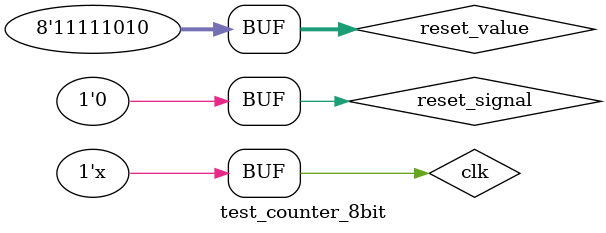
<source format=v>
`timescale 1ns / 1ps

`timescale 1ns / 1ps

module test_counter_8bit();
    reg clk, reset_signal;
    reg [7:0] reset_value;
    wire [7:0] out;
    
    counter_8bit uut(
        .clk(clk),
        .reset_signal(reset_signal),
        .reset_value(reset_value),
        .out(out)
    );
        
    // this runs first
    initial begin
        clk = 0;
        reset_signal = 1;
        reset_value = 8'hfa;
        # 10;
        reset_signal = 0;
    end
    
    // https://support.xilinx.com/s/question/0D52E00006hpOINSA2/how-to-feed-a-clock-signal-to-simulate-a-module?language=en_US
    // clk
    always #5 clk = ~clk;

endmodule

</source>
